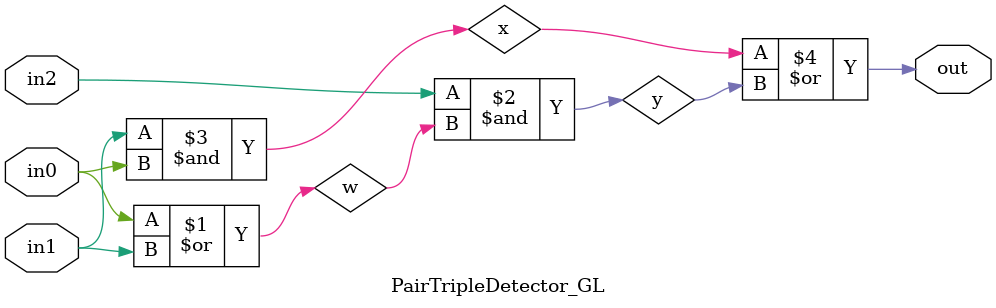
<source format=v>

`ifndef PAIR_TRIPLE_DETECTOR_GL_V
`define PAIR_TRIPLE_DETECTOR_GL_V

`include "ece2300-misc.v"

module PairTripleDetector_GL
(
  input  wire in0,
  input  wire in1,
  input  wire in2,
  output wire out
 );

  //''' ACTIVITY '''''''''''''''''''''''''''''''''''''''''''''''''''''''''
  // Implement pair/triple detector using explicit gate-level modeling
  //''''''''''''''''''''''''''''''''''''''''''''''''''''''''''''''''''''''
  wire w;
  wire y;
  wire x;

  or(w, in0, in1);
  and(y, in2, w );
  and(x, in1, in0 );
  or(out, x, y );


endmodule

`endif /* PAIR_TRIPLE_DETECTOR_GL_V */


</source>
